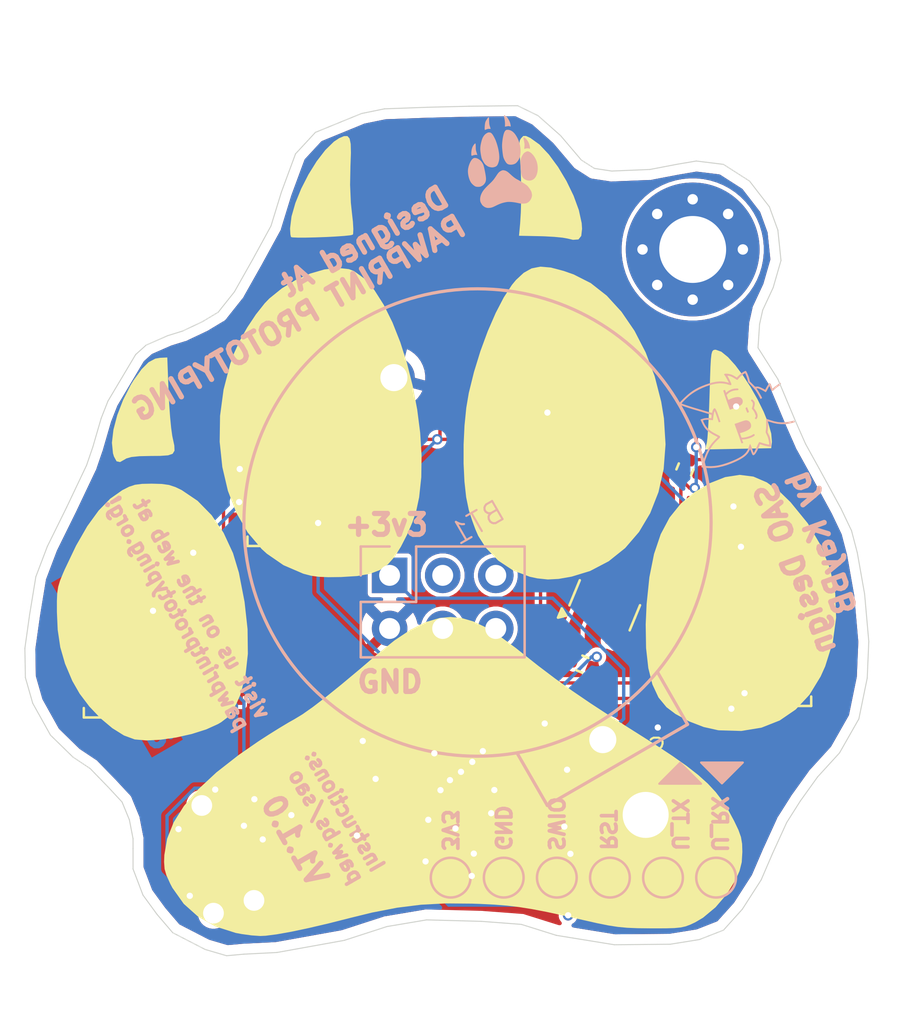
<source format=kicad_pcb>
(kicad_pcb (version 20241229) (generator "pcbnew") (generator_version "9.0")
  (layers (0 "F.Cu" signal) (2 "B.Cu" signal) (13 "F.Paste" user) (15 "B.Paste" user) (5 "F.SilkS" user "F.Silkscreen") (7 "B.SilkS" user "B.Silkscreen") (1 "F.Mask" user) (3 "B.Mask" user) (25 "Edge.Cuts" user))
  (net 0 "")
  (net 1 "+3V3")
  (net 2 "GND")
  (net 3 "Net-(D1-A)")
  (net 4 "Net-(D1-K)")
  (net 5 "Net-(D2-K)")
  (net 6 "Net-(D2-A)")
  (net 7 "Net-(D3-K)")
  (net 8 "Net-(D3-A)")
  (net 9 "Net-(D4-K)")
  (net 10 "Net-(D4-A)")
  (net 15 "/UART_RX")
  (net 16 "/UART_TX")
  (net 17 "Net-(SW1-A)")
  (net 18 "Net-(SW2-A)")
  (net 19 "Net-(SW3-A)")
  (net 20 "Net-(SW4-A)")
  (net 21 "Net-(Q1-E)")
  (net 23 "/SWIO")
  (net 25 "Net-(Q1-B)")
  (net 28 "Net-(U2-PC0)")
  (net 30 "/~{RST}")
  (footprint "LOGO" (layer "F.Cu") (at 172.2075 90.335)
    (property "Reference" "G***" (hide yes))
    (property "Value" "LOGO" (hide yes))
  )
  (footprint "Button_Switch_SMD:SW_SPST_EVQP0" (layer "F.Cu") (at 158.07 95.93 180)
    (property "Reference" "SW1" (hide yes))
    (property "Value" "GREEN" (hide yes))
  )
  (footprint "Resistor_SMD:R_0603_1608Metric" (layer "F.Cu") (at 163.58 82.92 90)
    (property "Reference" "R6" (hide yes))
    (property "Value" "130")
  )
  (footprint "Button_Switch_SMD:SW_SPST_EVQP0" (layer "F.Cu") (at 177.36 87.58 180)
    (property "Reference" "SW3" (hide yes))
    (property "Value" "YELLOW" (hide yes))
  )
  (footprint "pawb_sao:FUET-9018" (layer "F.Cu") (at 171.76 75.86 90)
    (property "Reference" "LS1" (hide yes))
    (property "Value" "BUZZER")
  )
  (footprint "Resistor_SMD:R_0402_1005Metric" (layer "F.Cu") (at 178.57 96.48 -22.5)
    (property "Reference" "R9" (hide yes))
    (property "Value" "1K" (hide yes))
  )
  (footprint "MountingHole:MountingHole_2.2mm_M2" (layer "F.Cu") (at 181.6 103.69)
    (property "Reference" "H2")
    (property "Value" "BATT_MOUNT")
  )
  (footprint "Button_Switch_SMD:SW_SPST_EVQP0" (layer "F.Cu") (at 165.9 87.73 180)
    (property "Reference" "SW2" (hide yes))
    (property "Value" "RED" (hide yes))
  )
  (footprint "LED_SMD:LED_0805_2012Metric" (layer "F.Cu") (at 186.1425 90.88)
    (property "Reference" "D4")
    (property "Value" "BLUE")
  )
  (footprint "Package_TO_SOT_SMD:SOT-23" (layer "F.Cu") (at 179.641234 93.666138 67.5)
    (property "Reference" "Q1" (hide yes))
    (property "Value" "MMBT3904" (hide yes))
  )
  (footprint "Capacitor_SMD:C_0402_1005Metric" (layer "F.Cu") (at 168.09 106.02 90)
    (property "Reference" "C1")
    (property "Value" "100nF")
  )
  (footprint "Resistor_SMD:R_0603_1608Metric" (layer "F.Cu") (at 160.53 90.9 90)
    (property "Reference" "R5" (hide yes))
    (property "Value" "130")
  )
  (footprint "Package_SO:TSSOP-20_4.4x6.5mm_P0.65mm" (layer "F.Cu") (at 172.69 104.16)
    (property "Reference" "U2" (hide yes))
    (property "Value" "CH32V003FxPx" (hide yes))
  )
  (footprint "LED_SMD:LED_0805_2012Metric" (layer "F.Cu") (at 157.9325 91.44)
    (property "Reference" "D1")
    (property "Value" "GREEN")
  )
  (footprint "Capacitor_SMD:C_0402_1005Metric" (layer "F.Cu") (at 167.305 103.22 180)
    (property "Reference" "C2")
    (property "Value" "100nF")
  )
  (footprint "LED_SMD:LED_0805_2012Metric" (layer "F.Cu") (at 166.16 83.02 180)
    (property "Reference" "D2")
    (property "Value" "RED")
  )
  (footprint "Resistor_SMD:R_0402_1005Metric" (layer "F.Cu") (at 183.48 87.17 67.5)
    (property "Reference" "R10" (hide yes))
    (property "Value" "1K" (hide yes))
  )
  (footprint "MountingHole:MountingHole_3.2mm_M3_Pad_Via" (layer "F.Cu") (at 183.85 76.65)
    (property "Reference" "H1" (hide yes))
    (property "Value" "KEYCHAIN")
  )
  (footprint "LED_SMD:LED_0805_2012Metric" (layer "F.Cu") (at 177.5425 83.03)
    (property "Reference" "D3")
    (property "Value" "YELLOW")
  )
  (footprint "Resistor_SMD:R_0603_1608Metric" (layer "F.Cu") (at 189.41 90.89 180)
    (property "Reference" "R8")
    (property "Value" "130")
  )
  (footprint "Button_Switch_SMD:SW_SPST_EVQP0" (layer "F.Cu") (at 186.17 95.38 180)
    (property "Reference" "SW4" (hide yes))
    (property "Value" "BLUE" (hide yes))
  )
  (footprint "Resistor_SMD:R_0603_1608Metric" (layer "F.Cu") (at 180.11 82.73 90)
    (property "Reference" "R7" (hide yes))
    (property "Value" "130")
  )
  (footprint "pawprint_kicad_art:boykisser_5mm" (layer "B.Cu") (at 186.011463 84.640489 -70)
    (property "Reference" "REF**" (hide yes))
    (property "Value" "boykisser_5mm" (hide yes))
  )
  (footprint "pawprint_kicad_art:logo_5mm_silk_mask" (layer "B.Cu") (at 174.575 72.95 -150)
    (property "Reference" "REF**" (hide yes))
    (property "Value" "logo_5mm_silk_mask" (hide yes))
  )
  (footprint "TestPoint:TestPoint_Pad_D1.5mm" (layer "B.Cu") (at 184.97 106.69)
    (property "Reference" "TP6" (hide yes))
    (property "Value" "U_RX")
  )
  (footprint "TestPoint:TestPoint_Pad_D1.5mm" (layer "B.Cu") (at 179.89 106.69 90)
    (property "Reference" "TP4" (hide yes))
    (property "Value" "3V3" (hide yes))
  )
  (footprint "TestPoint:TestPoint_Pad_D1.5mm" (layer "B.Cu") (at 182.43 106.69)
    (property "Reference" "TP7" (hide yes))
    (property "Value" "U_TX")
  )
  (footprint "pawb_sao:BH-25C-1_ADM_EZ" (layer "B.Cu") (at 169.5551 82.778325 -150)
    (property "Reference" "BT1")
    (property "Value" "CR2032")
  )
  (footprint "TestPoint:TestPoint_Pad_D1.5mm" (layer "B.Cu") (at 177.35 106.69 90)
    (property "Reference" "TP1" (hide yes))
    (property "Value" "SWIO" (hide yes))
  )
  (footprint "Connector_PinHeader_2.54mm:PinHeader_2x03_P2.54mm_Vertical" (layer "B.Cu") (at 169.350002 92.235001 -90)
    (property "Reference" "J5" (hide yes))
    (property "Value" "SAO" (hide yes))
  )
  (footprint "pawb_sao:Paw-Connect_RevB_TC2030-IDC-NL_2x03_P1.27mm_Vertical" (layer "B.Cu") (at 160.97 106.15 135)
    (property "Reference" "J1" (hide yes))
    (property "Value" "PROG")
  )
  (footprint "TestPoint:TestPoint_Pad_D1.5mm" (layer "B.Cu") (at 174.81 106.69 90)
    (property "Reference" "TP2" (hide yes))
    (property "Value" "GND" (hide yes))
  )
  (footprint "TestPoint:TestPoint_Pad_D1.5mm" (layer "B.Cu") (at 172.27 106.69 90)
    (property "Reference" "TP3" (hide yes))
    (property "Value" "3V3" (hide yes))
  )
  (gr_poly (pts (xy 186.25 101.185) (xy 185.25 102.185) (xy 184.25 101.185)) (stroke (width 0.1)) (fill yes) (layer "B.SilkS"))
  (gr_poly (pts (xy 182.25 102.2) (xy 183.25 101.2) (xy 184.25 102.2)) (stroke (width 0.1)) (fill yes) (layer "B.SilkS"))
  (gr_line (start 153.125 99.875) (end 152.275 98.35) (stroke (width 0.05)) (layer "Edge.Cuts"))
  (gr_line (start 157.075 104.825) (end 156.9 103.925) (stroke (width 0.05)) (layer "Edge.Cuts"))
  (gr_line (start 154.85 86.975) (end 155.15 86.1) (stroke (width 0.05)) (layer "Edge.Cuts"))
  (gr_line (start 161.925 78.675) (end 162.8 77.125) (stroke (width 0.05)) (layer "Edge.Cuts"))
  (gr_line (start 179.975 72.9) (end 181.8 72.825) (stroke (width 0.05)) (layer "Edge.Cuts"))
  (gr_line (start 162.375 110.35) (end 161.55 110.425) (stroke (width 0.05)) (layer "Edge.Cuts"))
  (gr_line (start 157.55 107.525) (end 157.075 106.275) (stroke (width 0.05)) (layer "Edge.Cuts"))
  (gr_line (start 173.73 108.78) (end 171.12 108.71) (stroke (width 0.05)) (layer "Edge.Cuts"))
  (gr_line (start 156.9 103.925) (end 156.55 103.075) (stroke (width 0.05)) (layer "Edge.Cuts"))
  (gr_line (start 190.95 89.05) (end 191.45 90.1) (stroke (width 0.05)) (layer "Edge.Cuts"))
  (gr_line (start 155.55 84.725) (end 155.875 83.9) (stroke (width 0.05)) (layer "Edge.Cuts"))
  (gr_line (start 180.1 109.9) (end 177.325 109.45) (stroke (width 0.05)) (layer "Edge.Cuts"))
  (gr_line (start 163.675 75.525) (end 164.175 73.9) (stroke (width 0.05)) (layer "Edge.Cuts"))
  (gr_line (start 185.325 109.2) (end 184.175 109.65) (stroke (width 0.05)) (layer "Edge.Cuts"))
  (gr_line (start 189 103.025) (end 188.35 104.05) (stroke (width 0.05)) (layer "Edge.Cuts"))
  (gr_line (start 179.15 72.775) (end 179.975 72.9) (stroke (width 0.05)) (layer "Edge.Cuts"))
  (gr_line (start 157.2 81.675) (end 157.7 81.225) (stroke (width 0.05)) (layer "Edge.Cuts"))
  (gr_line (start 191.8 99.1) (end 190.875 100.725) (stroke (width 0.05)) (layer "Edge.Cuts"))
  (gr_line (start 184.02 72.42) (end 185.32 72.58) (stroke (width 0.05)) (layer "Edge.Cuts"))
  (gr_line (start 158.225 108.45) (end 157.55 107.525) (stroke (width 0.05)) (layer "Edge.Cuts"))
  (gr_line (start 185.32 72.58) (end 186.57 73.38) (stroke (width 0.05)) (layer "Edge.Cuts"))
  (gr_line (start 151.9 95.725) (end 152.125 94.125) (stroke (width 0.05)) (layer "Edge.Cuts"))
  (gr_line (start 181.8 72.825) (end 183.08 72.58) (stroke (width 0.05)) (layer "Edge.Cuts"))
  (gr_line (start 176.45 70.25) (end 177.525 71.2) (stroke (width 0.05)) (layer "Edge.Cuts"))
  (gr_line (start 192.275 95.4) (end 192.2 97.15) (stroke (width 0.05)) (layer "Edge.Cuts"))
  (gr_line (start 165.8 71.05) (end 168 70.15) (stroke (width 0.05)) (layer "Edge.Cuts"))
  (gr_line (start 178.525 72.375) (end 179.15 72.775) (stroke (width 0.05)) (layer "Edge.Cuts"))
  (gr_line (start 188.075 77.175) (end 187.7 78.475) (stroke (width 0.05)) (layer "Edge.Cuts"))
  (gr_line (start 163.96 110.27) (end 162.375 110.35) (stroke (width 0.05)) (layer "Edge.Cuts"))
  (gr_line (start 156.55 103.075) (end 155.9 102.375) (stroke (width 0.05)) (layer "Edge.Cuts"))
  (gr_line (start 188.775 84.875) (end 189.25 85.95) (stroke (width 0.05)) (layer "Edge.Cuts"))
  (gr_line (start 184.175 109.65) (end 182.775 109.875) (stroke (width 0.05)) (layer "Edge.Cuts"))
  (gr_line (start 152.425 92.3) (end 152.975 90.85) (stroke (width 0.05)) (layer "Edge.Cuts"))
  (gr_line (start 187.2 79.55) (end 187.05 80.225) (stroke (width 0.05)) (layer "Edge.Cuts"))
  (gr_line (start 155.025 101.475) (end 154.2 100.925) (stroke (width 0.05)) (layer "Edge.Cuts"))
  (gr_line (start 187.05 80.225) (end 186.975 81.35) (stroke (width 0.05)) (layer "Edge.Cuts"))
  (gr_line (start 189.9 87.125) (end 190.95 89.05) (stroke (width 0.05)) (layer "Edge.Cuts"))
  (gr_line (start 191.45 90.1) (end 191.725 91.15) (stroke (width 0.05)) (layer "Edge.Cuts"))
  (gr_line (start 177.325 109.45) (end 175.65 108.925) (stroke (width 0.05)) (layer "Edge.Cuts"))
  (gr_line (start 189.25 85.95) (end 189.9 87.125) (stroke (width 0.05)) (layer "Edge.Cuts"))
  (gr_line (start 158.725 80.775) (end 159.45 80.55) (stroke (width 0.05)) (layer "Edge.Cuts"))
  (gr_line (start 161.55 110.425) (end 160.525 110.125) (stroke (width 0.05)) (layer "Edge.Cuts"))
  (gr_line (start 171.15 69.85) (end 173.15 69.8) (stroke (width 0.05)) (layer "Edge.Cuts"))
  (gr_line (start 175.475 69.775) (end 176.45 70.25) (stroke (width 0.05)) (layer "Edge.Cuts"))
  (gr_line (start 188.35 104.05) (end 187.675 105.525) (stroke (width 0.05)) (layer "Edge.Cuts"))
  (gr_line (start 155.15 86.1) (end 155.55 84.725) (stroke (width 0.05)) (layer "Edge.Cuts"))
  (gr_line (start 189.825 101.875) (end 189 103.025) (stroke (width 0.05)) (layer "Edge.Cuts"))
  (gr_line (start 162.8 77.125) (end 163.675 75.525) (stroke (width 0.05)) (layer "Edge.Cuts"))
  (gr_line (start 157.075 106.275) (end 157.075 105.3) (stroke (width 0.05)) (layer "Edge.Cuts"))
  (gr_line (start 155.9 102.375) (end 155.025 101.475) (stroke (width 0.05)) (layer "Edge.Cuts"))
  (gr_line (start 169.1 69.925) (end 171.15 69.85) (stroke (width 0.05)) (layer "Edge.Cuts"))
  (gr_line (start 153.9 88.975) (end 154.85 86.975) (stroke (width 0.05)) (layer "Edge.Cuts"))
  (gr_line (start 152.275 98.35) (end 151.925 97.125) (stroke (width 0.05)) (layer "Edge.Cuts"))
  (gr_line (start 192.075 93.125) (end 192.275 95.4) (stroke (width 0.05)) (layer "Edge.Cuts"))
  (gr_line (start 157.075 105.3) (end 157.075 104.825) (stroke (width 0.05)) (layer "Edge.Cuts"))
  (gr_line (start 164.85 72.075) (end 165.8 71.05) (stroke (width 0.05)) (layer "Edge.Cuts"))
  (gr_line (start 191.725 91.15) (end 192.075 93.125) (stroke (width 0.05)) (layer "Edge.Cuts"))
  (gr_line (start 187.125 106.8) (end 186.225 108.2) (stroke (width 0.05)) (layer "Edge.Cuts"))
  (gr_line (start 151.925 97.125) (end 151.9 95.725) (stroke (width 0.05)) (layer "Edge.Cuts"))
  (gr_line (start 160.4 80.1) (end 161.15 79.65) (stroke (width 0.05)) (layer "Edge.Cuts"))
  (gr_line (start 173.15 69.8) (end 175.475 69.775) (stroke (width 0.05)) (layer "Edge.Cuts"))
  (gr_line (start 160.525 110.125) (end 158.975 109.325) (stroke (width 0.05)) (layer "Edge.Cuts"))
  (gr_line (start 183.08 72.58) (end 184.02 72.42) (stroke (width 0.05)) (layer "Edge.Cuts"))
  (gr_line (start 190.875 100.725) (end 189.825 101.875) (stroke (width 0.05)) (layer "Edge.Cuts"))
  (gr_line (start 167.18 109.69) (end 163.96 110.27) (stroke (width 0.05)) (layer "Edge.Cuts"))
  (gr_line (start 192.2 97.15) (end 191.8 99.1) (stroke (width 0.05)) (layer "Edge.Cuts"))
  (gr_line (start 152.975 90.85) (end 153.9 88.975) (stroke (width 0.05)) (layer "Edge.Cuts"))
  (gr_line (start 187.925 75.725) (end 188.075 77.175) (stroke (width 0.05)) (layer "Edge.Cuts"))
  (gr_line (start 157.7 81.225) (end 158.725 80.775) (stroke (width 0.05)) (layer "Edge.Cuts"))
  (gr_line (start 155.875 83.9) (end 157.2 81.675) (stroke (width 0.05)) (layer "Edge.Cuts"))
  (gr_line (start 187.675 105.525) (end 187.125 106.8) (stroke (width 0.05)) (layer "Edge.Cuts"))
  (gr_line (start 182.775 109.875) (end 180.1 109.9) (stroke (width 0.05)) (layer "Edge.Cuts"))
  (gr_line (start 158.975 109.325) (end 158.225 108.45) (stroke (width 0.05)) (layer "Edge.Cuts"))
  (gr_line (start 168 70.15) (end 169.1 69.925) (stroke (width 0.05)) (layer "Edge.Cuts"))
  (gr_line (start 164.175 73.9) (end 164.85 72.075) (stroke (width 0.05)) (layer "Edge.Cuts"))
  (gr_line (start 186.57 73.38) (end 187.52 74.61) (stroke (width 0.05)) (layer "Edge.Cuts"))
  (gr_line (start 187.925 82.85) (end 188.775 84.875) (stroke (width 0.05)) (layer "Edge.Cuts"))
  (gr_line (start 171.12 108.71) (end 169.22 109.03) (stroke (width 0.05)) (layer "Edge.Cuts"))
  (gr_line (start 186.225 108.2) (end 185.325 109.2) (stroke (width 0.05)) (layer "Edge.Cuts"))
  (gr_line (start 177.525 71.2) (end 178.525 72.375) (stroke (width 0.05)) (layer "Edge.Cuts"))
  (gr_line (start 186.975 81.35) (end 187.925 82.85) (stroke (width 0.05)) (layer "Edge.Cuts"))
  (gr_line (start 154.2 100.925) (end 153.125 99.875) (stroke (width 0.05)) (layer "Edge.Cuts"))
  (gr_line (start 161.15 79.65) (end 161.925 78.675) (stroke (width 0.05)) (layer "Edge.Cuts"))
  (gr_line (start 169.22 109.03) (end 167.18 109.69) (stroke (width 0.05)) (layer "Edge.Cuts"))
  (gr_line (start 187.52 74.61) (end 187.925 75.725) (stroke (width 0.05)) (layer "Edge.Cuts"))
  (gr_line (start 159.45 80.55) (end 160.4 80.1) (stroke (width 0.05)) (layer "Edge.Cuts"))
  (gr_line (start 187.7 78.475) (end 187.2 79.55) (stroke (width 0.05)) (layer "Edge.Cuts"))
  (gr_line (start 175.65 108.925) (end 173.73 108.78) (stroke (width 0.05)) (layer "Edge.Cuts"))
  (gr_line (start 152.125 94.125) (end 152.425 92.3) (stroke (width 0.05)) (layer "Edge.Cuts"))
  (gr_text "awoooo~" (at 158.175 100.975 300) (layer "B.Cu") (effects (font (size 1.5 1.5) (thickness 0.3) (bold yes)) (justify left bottom mirror)))
  (gr_text "GND" (at 167.68 97.92 0) (layer "B.SilkS") (effects (font (size 1 1) (thickness 0.25) (bold yes)) (justify left bottom)))
  (gr_text "3V3" (at 172.23 105.5 270) (layer "B.SilkS") (effects (font (size 0.7 0.7) (thickness 0.175) (bold yes)) (justify left mirror)))
  (gr_text "U_RX" (at 185.13 105.565 270) (layer "B.SilkS") (effects (font (size 0.7 0.7) (thickness 0.175) (bold yes)) (justify left mirror)))
  (gr_text "Designed At\nPAWPRINT PROTOTYPING" (at 173.25 75.85 30) (layer "B.SilkS") (effects (font (size 1 1) (thickness 0.25) (bold yes)) (justify left bottom mirror)))
  (gr_text "+3v3" (at 167.08 90.41 0) (layer "B.SilkS") (effects (font (size 1 1) (thickness 0.25) (bold yes)) (justify left bottom)))
  (gr_text "U_TX" (at 183.24 105.5 270) (layer "B.SilkS") (effects (font (size 0.7 0.7) (thickness 0.175) (bold yes)) (justify left mirror)))
  (gr_text "Instructions:\npaw.bs/sao" (at 167.55 107.18 300) (layer "B.SilkS") (effects (font (size 0.7 0.7) (thickness 0.175) (bold yes)) (justify left bottom mirror)))
  (gr_text "V1.1.0" (at 165.54 107.37 300) (layer "B.SilkS") (effects (font (size 1 1) (thickness 0.25) (bold yes)) (justify left bottom mirror)))
  (gr_text "SAO Design\nby KayBB" (at 189.3 87 110) (layer "B.SilkS") (effects (font (size 1 1) (thickness 0.25) (bold yes)) (justify left bottom mirror)))
  (gr_text "visit us on the web at\npawprintprototyping.org!" (at 162.075 99.875 300) (layer "B.SilkS") (effects (font (size 0.7 0.7) (thickness 0.175) (bold yes)) (justify left bottom mirror)))
  (gr_text "GND" (at 174.77 105.5 270) (layer "B.SilkS") (effects (font (size 0.7 0.7) (thickness 0.175) (bold yes)) (justify left mirror)))
  (gr_text "SWIO" (at 177.31 105.5 270) (layer "B.SilkS") (effects (font (size 0.7 0.7) (thickness 0.175) (bold yes)) (justify left mirror)))
  (gr_text "RST" (at 179.8 105.475 270) (layer "B.SilkS") (effects (font (size 0.7 0.7) (thickness 0.175) (bold yes)) (justify left mirror)))
  (segment (start 183.675169 86.698821) (end 186.043821 86.698821) (width 0.16) (layer "F.Cu") (net 1))
  (segment (start 162.15 88.73) (end 162.15 88.62) (width 0.16) (layer "F.Cu") (net 1))
  (segment (start 163.301417 104.19) (end 165.611417 106.5) (width 0.16) (layer "F.Cu") (net 1))
  (segment (start 158.02 93.93) (end 158.03 93.93) (width 0.16) (layer "F.Cu") (net 1))
  (segment (start 168.78 85.73) (end 171.63 85.73) (width 0.16) (layer "F.Cu") (net 1))
  (segment (start 186.043821 86.698821) (end 190.235 90.89) (width 0.16) (layer "F.Cu") (net 1))
  (segment (start 159.956041 91.153959) (end 159.902524 91.100442) (width 0.16) (layer "F.Cu") (net 1))
  (segment (start 171.63 85.73) (end 174.33 85.73) (width 0.16) (layer "F.Cu") (net 1))
  (segment (start 168.155 106.435) (end 168.09 106.5) (width 0.16) (layer "F.Cu") (net 1))
  (segment (start 162.4 104.19) (end 163.301417 104.19) (width 0.16) (layer "F.Cu") (net 1))
  (segment (start 182.556348 85.58) (end 180.24 85.58) (width 0.16) (layer "F.Cu") (net 1))
  (segment (start 174.33 85.73) (end 174.48 85.58) (width 0.16) (layer "F.Cu") (net 1))
  (segment (start 171.76 79.81) (end 171.76 85.6) (width 0.16) (layer "F.Cu") (net 1))
  (segment (start 183.675169 86.698821) (end 182.556348 85.58) (width 0.16) (layer "F.Cu") (net 1))
  (segment (start 173.105 106.435) (end 173.28 106.61) (width 0.16) (layer "F.Cu") (net 1))
  (segment (start 190.235 90.89) (end 190.235 92.195) (width 0.16) (layer "F.Cu") (net 1))
  (segment (start 169.8275 106.435) (end 173.105 106.435) (width 0.16) (layer "F.Cu") (net 1))
  (segment (start 169.8275 106.435) (end 168.155 106.435) (width 0.16) (layer "F.Cu") (net 1))
  (segment (start 165.611417 106.5) (end 168.09 106.5) (width 0.16) (layer "F.Cu") (net 1))
  (segment (start 174.48 85.58) (end 180.24 85.58) (width 0.16) (layer "F.Cu") (net 1))
  (segment (start 162.15 88.62) (end 163.02 87.75) (width 0.16) (layer "F.Cu") (net 1))
  (segment (start 160.527082 91.725) (end 159.956041 91.153959) (width 0.16) (layer "F.Cu") (net 1))
  (segment (start 158.03 93.93) (end 160.95 93.93) (width 0.16) (layer "F.Cu") (net 1))
  (segment (start 163.02 87.75) (end 163.02 85.73) (width 0.16) (layer "F.Cu") (net 1))
  (segment (start 183.29 93.38) (end 189.05 93.38) (width 0.16) (layer "F.Cu") (net 1))
  (segment (start 163.58 85.17) (end 163.02 85.73) (width 0.16) (layer "F.Cu") (net 1))
  (segment (start 190.235 92.195) (end 189.05 93.38) (width 0.16) (layer "F.Cu") (net 1))
  (segment (start 160.53 91.725) (end 160.527082 91.725) (width 0.16) (layer "F.Cu") (net 1))
  (segment (start 163.02 85.73) (end 168.78 85.73) (width 0.16) (layer "F.Cu") (net 1))
  (segment (start 171.76 85.6) (end 171.63 85.73) (width 0.16) (layer "F.Cu") (net 1))
  (segment (start 180.11 83.555) (end 180.11 85.45) (width 0.16) (layer "F.Cu") (net 1))
  (segment (start 155.19 93.93) (end 158.02 93.93) (width 0.16) (layer "F.Cu") (net 1))
  (segment (start 180.11 85.45) (end 180.24 85.58) (width 0.16) (layer "F.Cu") (net 1))
  (segment (start 162.15 88.819998) (end 162.15 88.73) (width 0.16) (layer "F.Cu") (net 1))
  (segment (start 163.58 83.745) (end 163.58 85.17) (width 0.16) (layer "F.Cu") (net 1))
  (via (at 171.63 85.73) (size 0.5) (drill 0.3) (layers "F.Cu" "B.Cu") (net 1))
  (via (at 162.38 104.21) (size 0.5) (drill 0.3) (layers "F.Cu" "B.Cu") (net 1))
  (via (at 173.28 106.61) (size 0.5) (drill 0.3) (layers "F.Cu" "B.Cu") (net 1))
  (via (at 159.956041 91.153959) (size 0.5) (drill 0.3) (layers "F.Cu" "B.Cu") (net 1))
  (via (at 158.03 93.93) (size 0.5) (drill 0.3) (layers "F.Cu" "B.Cu") (net 1))
  (via (at 162.15 88.73) (size 0.5) (drill 0.3) (layers "F.Cu" "B.Cu") (net 1))
  (segment (start 159.902524 92.047476) (end 158.02 93.93) (width 0.16) (layer "B.Cu") (net 1))
  (segment (start 170.441002 93.326001) (end 169.350002 92.235001) (width 0.16) (layer "B.Cu") (net 1))
  (segment (start 169.350002 92.235001) (end 169.350002 88.009998) (width 0.16) (layer "B.Cu") (net 1))
  (segment (start 172.35 106.61) (end 172.27 106.69) (width 0.16) (layer "B.Cu") (net 1))
  (segment (start 180.55 96.725621) (end 177.15038 93.326001) (width 0.16) (layer "B.Cu") (net 1))
  (segment (start 179.55 100.09) (end 180.55 99.09) (width 0.16) (layer "B.Cu") (net 1))
  (segment (start 158.03 93.93) (end 162.38 98.28) (width 0.16) (layer "B.Cu") (net 1))
  (segment (start 159.902524 91.100442) (end 159.902524 92.047476) (width 0.16) (layer "B.Cu") (net 1))
  (segment (start 180.55 99.09) (end 180.55 96.725621) (width 0.16) (layer "B.Cu") (net 1))
  (segment (start 162.002706 104.587294) (end 162.38 104.21) (width 0.16) (layer "B.Cu") (net 1))
  (segment (start 162.38 98.28) (end 162.38 104.21) (width 0.16) (layer "B.Cu") (net 1))
  (segment (start 162.15 88.852966) (end 162.15 88.819998) (width 0.16) (layer "B.Cu") (net 1))
  (segment (start 169.350002 88.009998) (end 171.63 85.73) (width 0.16) (layer "B.Cu") (net 1))
  (segment (start 177.15038 93.326001) (end 170.441002 93.326001) (width 0.16) (layer "B.Cu") (net 1))
  (segment (start 159.902524 91.100442) (end 162.15 88.852966) (width 0.16) (layer "B.Cu") (net 1))
  (segment (start 161.217487 104.587294) (end 162.002706 104.587294) (width 0.16) (layer "B.Cu") (net 1))
  (segment (start 173.28 106.61) (end 172.35 106.61) (width 0.16) (layer "B.Cu") (net 1))
  (segment (start 162.38 104.21) (end 162.4 104.19) (width 0.16) (layer "B.Cu") (net 1))
  (via (at 174.21 103.61) (size 0.5) (drill 0.3) (layers "F.Cu" "B.Cu") (net 2))
  (via (at 164.65 103.7) (size 0.5) (drill 0.3) (layers "F.Cu" "B.Cu") (net 2))
  (via (at 185.8 88.94) (size 0.5) (drill 0.3) (layers "F.Cu" "B.Cu") (net 2))
  (via (at 162.18 87.15) (size 0.5) (drill 0.3) (layers "F.Cu" "B.Cu") (net 2))
  (via (at 171.2 103.925) (size 0.5) (drill 0.3) (layers "F.Cu" "B.Cu") (net 2))
  (via (at 182.18 99.51) (size 0.5) (drill 0.3) (layers "F.Cu" "B.Cu") (net 2))
  (via (at 177.71 104.25) (size 0.5) (drill 0.3) (layers "F.Cu" "B.Cu") (net 2))
  (via (at 185.93 84.16) (size 0.5) (drill 0.3) (layers "F.Cu" "B.Cu") (net 2))
  (via (at 172.5 104.34) (size 0.5) (drill 0.3) (layers "F.Cu" "B.Cu") (net 2))
  (via (at 177.84 101.53) (size 0.5) (drill 0.3) (layers "F.Cu" "B.Cu") (net 2))
  (via (at 176.77 99.32) (size 0.5) (drill 0.3) (layers "F.Cu" "B.Cu") (net 2))
  (via (at 178 105.55) (size 0.5) (drill 0.3) (layers "F.Cu" "B.Cu") (net 2))
  (via (at 159.25 104.37) (size 0.5) (drill 0.3) (layers "F.Cu" "B.Cu") (net 2))
  (segment (start 174.81 106.69) (end 175.95 105.55) (width 0.16) (layer "B.Cu") (net 2))
  (segment (start 159.981959 104.37) (end 160.079045 104.467086) (width 0.16) (layer "B.Cu") (net 2))
  (segment (start 159.25 104.37) (end 159.981959 104.37) (width 0.16) (layer "B.Cu") (net 2))
  (segment (start 175.95 105.55) (end 178 105.55) (width 0.16) (layer "B.Cu") (net 2))
  (segment (start 160.235 90.075) (end 160.53 90.075) (width 0.16) (layer "F.Cu") (net 3))
  (segment (start 158.87 91.44) (end 160.235 90.075) (width 0.16) (layer "F.Cu") (net 3))
  (segment (start 175.5525 105.785) (end 174.979982 105.785) (width 0.16) (layer "F.Cu") (net 4))
  (segment (start 172.273931 103.078949) (end 172.273931 102.063243) (width 0.16) (layer "F.Cu") (net 4))
  (segment (start 172.273931 102.063243) (end 172.237656 102.026968) (width 0.16) (layer "F.Cu") (net 4))
  (segment (start 168.68 101.969896) (end 168.68 99.303) (width 0.16) (layer "F.Cu") (net 4))
  (segment (start 168.68 99.303) (end 161.758 92.381) (width 0.16) (layer "F.Cu") (net 4))
  (segment (start 161.758 92.381) (end 157.936 92.381) (width 0.16) (layer "F.Cu") (net 4))
  (segment (start 174.979982 105.785) (end 172.273931 103.078949) (width 0.16) (layer "F.Cu") (net 4))
  (segment (start 157.936 92.381) (end 156.995 91.44) (width 0.16) (layer "F.Cu") (net 4))
  (via (at 168.68 101.969896) (size 0.5) (drill 0.3) (layers "F.Cu" "B.Cu") (net 4))
  (via (at 172.237656 102.026968) (size 0.5) (drill 0.3) (layers "F.Cu" "B.Cu") (net 4))
  (segment (start 172.180584 101.969896) (end 168.68 101.969896) (width 0.16) (layer "B.Cu") (net 4))
  (segment (start 172.237656 102.026968) (end 172.180584 101.969896) (width 0.16) (layer "B.Cu") (net 4))
  (segment (start 165.5315 81.454) (end 167.0975 83.02) (width 0.16) (layer "F.Cu") (net 5))
  (segment (start 175.5525 105.135) (end 174.783944 105.135) (width 0.16) (layer "F.Cu") (net 5))
  (segment (start 172.764931 101.54831) (end 172.740623 101.524002) (width 0.16) (layer "F.Cu") (net 5))
  (segment (start 170.575963 100.745) (end 161.404 91.573037) (width 0.16) (layer "F.Cu") (net 5))
  (segment (start 161.404 91.573037) (end 161.404 83.16679) (width 0.16) (layer "F.Cu") (net 5))
  (segment (start 163.11679 81.454) (end 165.5315 81.454) (width 0.16) (layer "F.Cu") (net 5))
  (segment (start 172.764931 101.63) (end 172.764931 101.54831) (width 0.16) (layer "F.Cu") (net 5))
  (segment (start 174.783944 105.135) (end 172.764931 103.115987) (width 0.16) (layer "F.Cu") (net 5))
  (segment (start 171.452897 100.745) (end 170.575963 100.745) (width 0.16) (layer "F.Cu") (net 5))
  (segment (start 161.404 83.16679) (end 163.11679 81.454) (width 0.16) (layer "F.Cu") (net 5))
  (segment (start 172.764931 103.115987) (end 172.764931 101.63) (width 0.16) (layer "F.Cu") (net 5))
  (via (at 172.764931 101.63) (size 0.5) (drill 0.3) (layers "F.Cu" "B.Cu") (net 5))
  (via (at 171.49 100.745) (size 0.5) (drill 0.3) (layers "F.Cu" "B.Cu") (net 5))
  (segment (start 172.740623 101.524002) (end 171.961621 100.745) (width 0.16) (layer "B.Cu") (net 5))
  (segment (start 171.49 100.745) (end 171.452897 100.745) (width 0.16) (layer "B.Cu") (net 5))
  (segment (start 171.961621 100.745) (end 171.49 100.745) (width 0.16) (layer "B.Cu") (net 5))
  (segment (start 165.2225 83.02) (end 164.2975 82.095) (width 0.16) (layer "F.Cu") (net 6))
  (segment (start 164.2975 82.095) (end 163.58 82.095) (width 0.16) (layer "F.Cu") (net 6))
  (segment (start 176.9 83.325) (end 176.605 83.03) (width 0.16) (layer "F.Cu") (net 7))
  (segment (start 176.9 84.45) (end 176.9 83.325) (width 0.16) (layer "F.Cu") (net 7))
  (segment (start 176.365 104.485) (end 179.519 101.331) (width 0.16) (layer "F.Cu") (net 7))
  (segment (start 182.98 101.331) (end 185.7 98.611) (width 0.16) (layer "F.Cu") (net 7))
  (segment (start 175.5525 104.485) (end 176.365 104.485) (width 0.16) (layer "F.Cu") (net 7))
  (segment (start 179.519 101.331) (end 182.98 101.331) (width 0.16) (layer "F.Cu") (net 7))
  (via (at 185.7 98.611) (size 0.5) (drill 0.3) (layers "F.Cu" "B.Cu") (net 7))
  (via (at 176.9 84.45) (size 0.5) (drill 0.3) (layers "F.Cu" "B.Cu") (net 7))
  (segment (start 185.669 98.58) (end 185.669 90.9) (width 0.16) (layer "B.Cu") (net 7))
  (segment (start 185.669 90.9) (end 179.219 84.45) (width 0.16) (layer "B.Cu") (net 7))
  (segment (start 179.219 84.45) (end 176.9 84.45) (width 0.16) (layer "B.Cu") (net 7))
  (segment (start 185.7 98.611) (end 185.669 98.58) (width 0.16) (layer "B.Cu") (net 7))
  (segment (start 179.605 81.905) (end 178.48 83.03) (width 0.16) (layer "F.Cu") (net 8))
  (segment (start 180.11 81.905) (end 179.605 81.905) (width 0.16) (layer "F.Cu") (net 8))
  (segment (start 179.749 98.121) (end 186.079 98.121) (width 0.16) (layer "F.Cu") (net 9))
  (segment (start 176.531 101.339) (end 179.749 98.121) (width 0.16) (layer "F.Cu") (net 9))
  (segment (start 175.5525 103.835) (end 176.125018 103.835) (width 0.16) (layer "F.Cu") (net 9))
  (segment (start 185.215 90.87) (end 185.205 90.88) (width 0.16) (layer "F.Cu") (net 9))
  (segment (start 186.16 90.87) (end 185.215 90.87) (width 0.16) (layer "F.Cu") (net 9))
  (segment (start 176.125018 103.835) (end 176.531 103.429018) (width 0.16) (layer "F.Cu") (net 9))
  (segment (start 176.531 103.429018) (end 176.531 101.339) (width 0.16) (layer "F.Cu") (net 9))
  (segment (start 186.079 98.121) (end 186.33 97.87) (width 0.16) (layer "F.Cu") (net 9))
  (via (at 186.16 90.87) (size 0.5) (drill 0.3) (layers "F.Cu" "B.Cu") (net 9))
  (via (at 186.33 97.87) (size 0.5) (drill 0.3) (layers "F.Cu" "B.Cu") (net 9))
  (segment (start 185.99 97.53) (end 185.99 91.04) (width 0.16) (layer "B.Cu") (net 9))
  (segment (start 186.33 97.87) (end 185.99 97.53) (width 0.16) (layer "B.Cu") (net 9))
  (segment (start 185.99 91.04) (end 186.16 90.87) (width 0.16) (layer "B.Cu") (net 9))
  (segment (start 188.585 90.89) (end 187.09 90.89) (width 0.16) (layer "F.Cu") (net 10))
  (segment (start 187.09 90.89) (end 187.08 90.88) (width 0.16) (layer "F.Cu") (net 10))
  (segment (start 173.378519 105.541481) (end 174.922038 107.085) (width 0.16) (layer "F.Cu") (net 15))
  (segment (start 173.36 105.522962) (end 173.378519 105.541481) (width 0.16) (layer "F.Cu") (net 15))
  (segment (start 177.89 108.492) (end 176.483 107.085) (width 0.16) (layer "F.Cu") (net 15))
  (segment (start 174.922038 107.085) (end 175.5525 107.085) (width 0.16) (layer "F.Cu") (net 15))
  (segment (start 176.483 107.085) (end 175.5525 107.085) (width 0.16) (layer "F.Cu") (net 15))
  (via (at 177.89 108.492) (size 0.5) (drill 0.3) (layers "F.Cu" "B.Cu") (net 15))
  (via (at 173.378519 105.541481) (size 0.5) (drill 0.3) (layers "F.Cu" "B.Cu") (net 15))
  (segment (start 183.337 108.323) (end 177.89 108.323) (width 0.16) (layer "B.Cu") (net 15))
  (segment (start 184.97 106.69) (end 183.337 108.323) (width 0.16) (layer "B.Cu") (net 15))
  (segment (start 162.148876 105.352962) (end 173.19 105.352962) (width 0.16) (layer "B.Cu") (net 15))
  (segment (start 177.89 108.323) (end 177.89 108.492) (width 0.16) (layer "B.Cu") (net 15))
  (segment (start 162.080158 105.42168) (end 162.148876 105.352962) (width 0.16) (layer "B.Cu") (net 15))
  (segment (start 173.19 105.352962) (end 173.36 105.522962) (width 0.16) (layer "B.Cu") (net 15))
  (segment (start 171 105.843962) (end 169.886462 105.843962) (width 0.16) (layer "F.Cu") (net 16))
  (segment (start 169.886462 105.843962) (end 169.8275 105.785) (width 0.16) (layer "F.Cu") (net 16))
  (via (at 171.07 105.913962) (size 0.5) (drill 0.3) (layers "F.Cu" "B.Cu") (net 16))
  (segment (start 182.43 106.69) (end 181.118 108.002) (width 0.16) (layer "B.Cu") (net 16))
  (segment (start 172.180514 108.002) (end 171.07 106.891486) (width 0.16) (layer "B.Cu") (net 16))
  (segment (start 170.83 105.673962) (end 171 105.843962) (width 0.16) (layer "B.Cu") (net 16))
  (segment (start 171.07 106.891486) (end 171.07 105.913962) (width 0.16) (layer "B.Cu") (net 16))
  (segment (start 163.11481 105.673962) (end 170.83 105.673962) (width 0.16) (layer "B.Cu") (net 16))
  (segment (start 171.07 105.913962) (end 171 105.843962) (width 0.16) (layer "B.Cu") (net 16))
  (segment (start 162.214508 106.574264) (end 163.11481 105.673962) (width 0.16) (layer "B.Cu") (net 16))
  (segment (start 181.118 108.002) (end 172.180514 108.002) (width 0.16) (layer "B.Cu") (net 16))
  (segment (start 173.305002 101.154998) (end 173.207314 101.05731) (width 0.16) (layer "F.Cu") (net 17))
  (segment (start 168.13 100.22) (end 168.065 100.155) (width 0.16) (layer "F.Cu") (net 17))
  (segment (start 174.035004 101.885) (end 173.305002 101.154998) (width 0.16) (layer "F.Cu") (net 17))
  (segment (start 168.19 100.22) (end 168.13 100.22) (width 0.16) (layer "F.Cu") (net 17))
  (segment (start 168.065 100.155) (end 165.84 97.93) (width 0.16) (layer "F.Cu") (net 17))
  (segment (start 165.84 97.93) (end 160.95 97.93) (width 0.16) (layer "F.Cu") (net 17))
  (segment (start 175.5525 101.885) (end 174.035004 101.885) (width 0.16) (layer "F.Cu") (net 17))
  (segment (start 160.95 97.93) (end 155.19 97.93) (width 0.16) (layer "F.Cu") (net 17))
  (via (at 173.305002 101.154998) (size 0.5) (drill 0.3) (layers "F.Cu" "B.Cu") (net 17))
  (via (at 168.065 100.155) (size 0.5) (drill 0.3) (layers "F.Cu" "B.Cu") (net 17))
  (segment (start 173.207314 101.05731) (end 172.370004 100.22) (width 0.16) (layer "B.Cu") (net 17))
  (segment (start 172.370004 100.22) (end 168.19 100.22) (width 0.16) (layer "B.Cu") (net 17))
  (segment (start 175.5525 101.235) (end 174.405 101.235) (width 0.16) (layer "F.Cu") (net 18))
  (segment (start 168.78 89.73) (end 165.93 89.73) (width 0.16) (layer "F.Cu") (net 18))
  (segment (start 174.405 101.235) (end 173.81 100.64) (width 0.16) (layer "F.Cu") (net 18))
  (segment (start 165.93 89.73) (end 163.02 89.73) (width 0.16) (layer "F.Cu") (net 18))
  (via (at 165.93 89.73) (size 0.5) (drill 0.3) (layers "F.Cu" "B.Cu") (net 18))
  (via (at 173.81 100.64) (size 0.5) (drill 0.3) (layers "F.Cu" "B.Cu") (net 18))
  (segment (start 165.93 93.02) (end 165.93 89.73) (width 0.16) (layer "B.Cu") (net 18))
  (segment (start 173.55 100.64) (end 165.93 93.02) (width 0.16) (layer "B.Cu") (net 18))
  (segment (start 173.81 100.64) (end 173.55 100.64) (width 0.16) (layer "B.Cu") (net 18))
  (segment (start 176.57 96.547696) (end 176.57 90.74) (width 0.16) (layer "F.Cu") (net 19))
  (segment (start 174.48 89.58) (end 180.24 89.58) (width 0.16) (layer "F.Cu") (net 19))
  (segment (start 177.73 89.58) (end 176.57 90.74) (width 0.16) (layer "F.Cu") (net 19))
  (segment (start 180.24 89.58) (end 177.73 89.58) (width 0.16) (layer "F.Cu") (net 19))
  (segment (start 169.8275 101.235) (end 171.882697 101.235) (width 0.16) (layer "F.Cu") (net 19))
  (segment (start 171.882697 101.235) (end 176.57 96.547696) (width 0.16) (layer "F.Cu") (net 19))
  (segment (start 169.8275 101.885) (end 171.686659 101.885) (width 0.16) (layer "F.Cu") (net 20))
  (segment (start 183.29 97.38) (end 189.05 97.38) (width 0.16) (layer "F.Cu") (net 20))
  (segment (start 176.191659 97.38) (end 183.29 97.38) (width 0.16) (layer "F.Cu") (net 20))
  (segment (start 171.686659 101.885) (end 176.191659 97.38) (width 0.16) (layer "F.Cu") (net 20))
  (segment (start 183.284831 87.641179) (end 183.284831 91.028169) (width 0.16) (layer "F.Cu") (net 21))
  (segment (start 183.95 88.06) (end 183.703652 88.06) (width 0.16) (layer "F.Cu") (net 21))
  (segment (start 183.284831 91.028169) (end 180.160154 94.152846) (width 0.16) (layer "F.Cu") (net 21))
  (segment (start 184.019673 84.169673) (end 184.019673 86.105493) (width 0.16) (layer "F.Cu") (net 21))
  (segment (start 180.160154 94.152846) (end 180.160154 94.895824) (width 0.16) (layer "F.Cu") (net 21))
  (segment (start 183.703652 88.06) (end 183.284831 87.641179) (width 0.16) (layer "F.Cu") (net 21))
  (segment (start 171.76 71.91) (end 184.019673 84.169673) (width 0.16) (layer "F.Cu") (net 21))
  (via (at 184.019673 86.105493) (size 0.5) (drill 0.3) (layers "F.Cu" "B.Cu") (net 21))
  (via (at 183.95 88.06) (size 0.5) (drill 0.3) (layers "F.Cu" "B.Cu") (net 21))
  (segment (start 184.019673 86.105493) (end 184.019673 87.990327) (width 0.16) (layer "B.Cu") (net 21))
  (segment (start 184.019673 87.990327) (end 183.95 88.06) (width 0.16) (layer "B.Cu") (net 21))
  (segment (start 174.36 102.5) (end 175.5175 102.5) (width 0.16) (layer "F.Cu") (net 23))
  (segment (start 161.467218 102.94) (end 161.006684 102.479466) (width 0.16) (layer "F.Cu") (net 23))
  (segment (start 162.88 102.94) (end 161.467218 102.94) (width 0.16) (layer "F.Cu") (net 23))
  (segment (start 175.5175 102.5) (end 175.5525 102.535) (width 0.16) (layer "F.Cu") (net 23))
  (via (at 161.006684 102.479466) (size 0.5) (drill 0.3) (layers "F.Cu" "B.Cu") (net 23))
  (via (at 162.88 102.94) (size 0.5) (drill 0.3) (layers "F.Cu" "B.Cu") (net 23))
  (via (at 174.36 102.5) (size 0.5) (drill 0.3) (layers "F.Cu" "B.Cu") (net 23))
  (segment (start 160.902716 102.413384) (end 160.022008 102.413384) (width 0.16) (layer "B.Cu") (net 23))
  (segment (start 174.36 102.5) (end 173.861789 102.998211) (width 0.16) (layer "B.Cu") (net 23))
  (segment (start 160.989332 102.5) (end 160.902716 102.413384) (width 0.16) (layer "B.Cu") (net 23))
  (segment (start 173.861789 102.998211) (end 162.938211 102.998211) (width 0.16) (layer "B.Cu") (net 23))
  (segment (start 159.35486 106.92) (end 159.747451 106.92) (width 0.16) (layer "B.Cu") (net 23))
  (segment (start 180.881 107.100486) (end 180.881 106.279514) (width 0.16) (layer "B.Cu") (net 23))
  (segment (start 158.701903 106.267043) (end 159.35486 106.92) (width 0.16) (layer "B.Cu") (net 23))
  (segment (start 158.701903 103.733489) (end 158.701903 106.267043) (width 0.16) (layer "B.Cu") (net 23))
  (segment (start 180.300486 107.681) (end 180.881 107.100486) (width 0.16) (layer "B.Cu") (net 23))
  (segment (start 160.022008 102.413384) (end 158.701903 103.733489) (width 0.16) (layer "B.Cu") (net 23))
  (segment (start 159.747451 106.92) (end 159.972979 106.694472) (width 0.16) (layer "B.Cu") (net 23))
  (segment (start 178.341 107.681) (end 180.300486 107.681) (width 0.16) (layer "B.Cu") (net 23))
  (segment (start 162.938211 102.998211) (end 162.88 102.94) (width 0.16) (layer "B.Cu") (net 23))
  (segment (start 180.881 106.279514) (end 177.101486 102.5) (width 0.16) (layer "B.Cu") (net 23))
  (segment (start 177.35 106.69) (end 178.341 107.681) (width 0.16) (layer "B.Cu") (net 23))
  (segment (start 177.101486 102.5) (end 174.36 102.5) (width 0.16) (layer "B.Cu") (net 23))
  (segment (start 178.404783 95.978869) (end 178.098821 96.284831) (width 0.16) (layer "F.Cu") (net 25))
  (segment (start 178.404783 94.168726) (end 178.404783 95.978869) (width 0.16) (layer "F.Cu") (net 25))
  (segment (start 173.478379 106.114) (end 172.128381 106.114) (width 0.16) (layer "F.Cu") (net 28))
  (segment (start 172.128381 106.114) (end 171.783931 105.76955) (width 0.16) (layer "F.Cu") (net 28))
  (segment (start 179.26 96.456348) (end 179.041179 96.675169) (width 0.16) (layer "F.Cu") (net 28))
  (segment (start 169.8275 107.085) (end 170.027499 107.284999) (width 0.16) (layer "F.Cu") (net 28))
  (segment (start 173.771 106.406621) (end 173.478379 106.114) (width 0.16) (layer "F.Cu") (net 28))
  (segment (start 170.027499 107.284999) (end 173.29938 107.284999) (width 0.16) (layer "F.Cu") (net 28))
  (segment (start 173.771 106.813379) (end 173.771 106.406621) (width 0.16) (layer "F.Cu") (net 28))
  (segment (start 179.26 96.13) (end 179.26 96.456348) (width 0.16) (layer "F.Cu") (net 28))
  (segment (start 171.783931 105.76955) (end 171.783931 102.507211) (width 0.16) (layer "F.Cu") (net 28))
  (segment (start 173.29938 107.284999) (end 173.771 106.813379) (width 0.16) (layer "F.Cu") (net 28))
  (via (at 179.26 96.13) (size 0.5) (drill 0.3) (layers "F.Cu" "B.Cu") (net 28))
  (via (at 171.783931 102.507211) (size 0.5) (drill 0.3) (layers "F.Cu" "B.Cu") (net 28))
  (segment (start 171.794688 102.517968) (end 172.636411 102.517968) (width 0.16) (layer "B.Cu") (net 28))
  (segment (start 174.14719 101.007189) (end 174.14719 100.997189) (width 0.16) (layer "B.Cu") (net 28))
  (segment (start 172.636411 102.517968) (end 174.14719 101.007189) (width 0.16) (layer "B.Cu") (net 28))
  (segment (start 174.14719 100.997189) (end 179.014379 96.13) (width 0.16) (layer "B.Cu") (net 28))
  (segment (start 179.014379 96.13) (end 179.26 96.13) (width 0.16) (layer "B.Cu") (net 28))
  (segment (start 171.794688 102.517968) (end 171.783931 102.507211) (width 0.16) (layer "B.Cu") (net 28))
  (segment (start 167.835 103.185) (end 169.8275 103.185) (width 0.16) (layer "F.Cu") (net 30))
  (segment (start 167.785 103.22) (end 167.8 103.22) (width 0.16) (layer "F.Cu") (net 30))
  (segment (start 167.785 104.68) (end 167.785 103.22) (width 0.16) (layer "F.Cu") (net 30))
  (segment (start 160.582962 107.56) (end 159.79 107.56) (width 0.16) (layer "F.Cu") (net 30))
  (segment (start 163.28 104.862962) (end 160.582962 107.56) (width 0.16) (layer "F.Cu") (net 30))
  (segment (start 167.75 104.83) (end 167.785 104.795) (width 0.16) (layer "F.Cu") (net 30))
  (segment (start 167.8 103.22) (end 167.835 103.185) (width 0.16) (layer "F.Cu") (net 30))
  (segment (start 167.785 104.795) (end 167.785 104.68) (width 0.16) (layer "F.Cu") (net 30))
  (via (at 163.28 104.862962) (size 0.5) (drill 0.3) (layers "F.Cu" "B.Cu") (net 30))
  (via (at 159.79 107.56) (size 0.5) (drill 0.3) (layers "F.Cu" "B.Cu") (net 30))
  (via (at 167.785 104.68) (size 0.5) (drill 0.3) (layers "F.Cu" "B.Cu") (net 30))
  (segment (start 167.547038 105.032962) (end 167.75 104.83) (width 0.16) (layer "B.Cu") (net 30))
  (segment (start 166.88 105.032962) (end 178.232962 105.032962) (width 0.16) (layer "B.Cu") (net 30))
  (segment (start 178.232962 105.032962) (end 179.89 106.69) (width 0.16) (layer "B.Cu") (net 30))
  (segment (start 166.88 105.032962) (end 167.547038 105.032962) (width 0.16) (layer "B.Cu") (net 30))
  (segment (start 160.35196 107.56) (end 160.736655 107.175305) (width 0.16) (layer "B.Cu") (net 30))
  (segment (start 166.88 105.032962) (end 163.45 105.032962) (width 0.16) (layer "B.Cu") (net 30))
  (segment (start 163.45 105.032962) (end 163.28 104.862962) (width 0.16) (layer "B.Cu") (net 30))
  (segment (start 159.79 107.56) (end 160.35196 107.56) (width 0.16) (layer "B.Cu") (net 30))
  (zone (net 2) (net_name "GND") (layers "F.Cu" "B.Cu") (connect_pads (clearance 0.2)) (min_thickness 0.2) (fill yes (thermal_gap 0.5) (thermal_bridge_width 0.5))
    (polygon (pts (xy 160.45 73.5) (xy 155.61 79.98) (xy 151.44 89.1) (xy 150.71 96.81) (xy 152.85 105.2) (xy 158.48 111) (xy 166.98 113.71) (xy 181.12 113.59) (xy 188.38 111.34) (xy 191.48 106.89) (xy 194.57 98.56) (xy 194.69 92.14) (xy 189.73 76.26) (xy 186.3 71.25) (xy 182.52 67.31) (xy 176.44 65.34) (xy 171.38 64.72) (xy 162.65 66.01) (xy 160.62 73)))
  )
)
</source>
